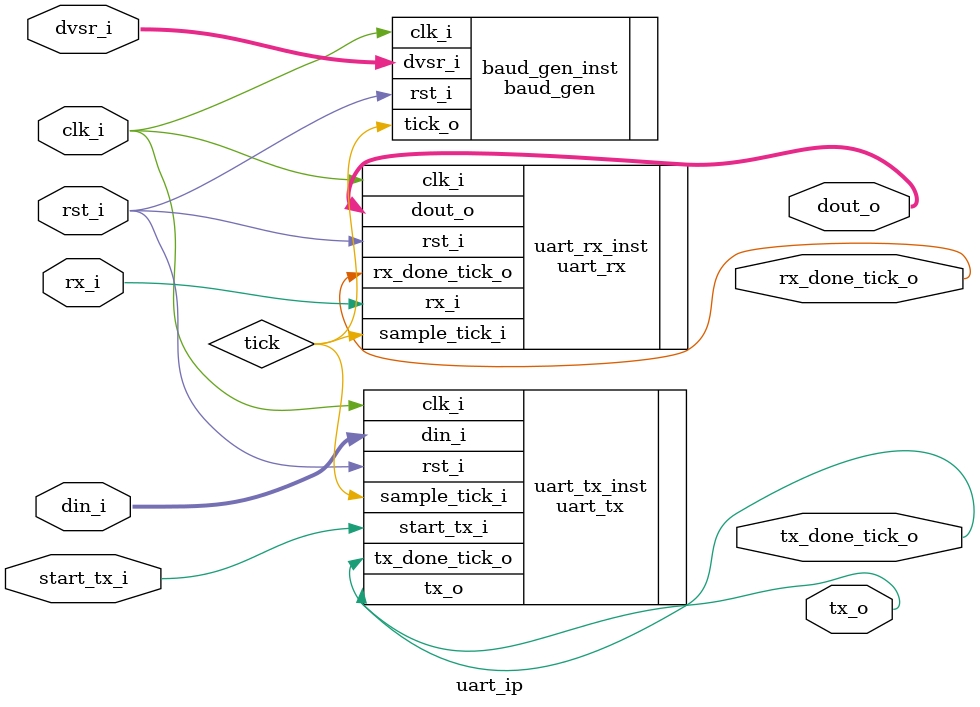
<source format=v>

module uart_ip #(
    parameter WordLength   = 8,
    parameter StopBitTicks = 16
) (
    input         clk_i,
    input         rst_i,
    input  [10:0] dvsr_i,
    input  [7:0]  din_i,
    input         rx_i,
    input         start_tx_i,
    output [7:0]  dout_o,
    output        tx_o,
    output        rx_done_tick_o,
    output        tx_done_tick_o
);

  wire tick;
  
  baud_gen baud_gen_inst(
    .clk_i(clk_i),
    .rst_i(rst_i),
    .dvsr_i(dvsr_i),
    .tick_o(tick)
  );
  
  uart_rx #(
    .WordLength  (WordLength),
    .StopBitTicks(StopBitTicks)
  ) uart_rx_inst(
    .clk_i(clk_i),
    .rst_i(rst_i),
    .rx_i(rx_i),
    .sample_tick_i(tick),
    .rx_done_tick_o(rx_done_tick_o),
    .dout_o(dout_o)
  );

  uart_tx #(
    .WordLength  (WordLength),
    .StopBitTicks(StopBitTicks)
  ) uart_tx_inst (
    .clk_i(clk_i),
    .rst_i(rst_i),
    .start_tx_i(start_tx_i),
    .sample_tick_i(tick),
    .din_i(din_i),
    .tx_o(tx_o),
    .tx_done_tick_o(tx_done_tick_o)
  );

endmodule

</source>
